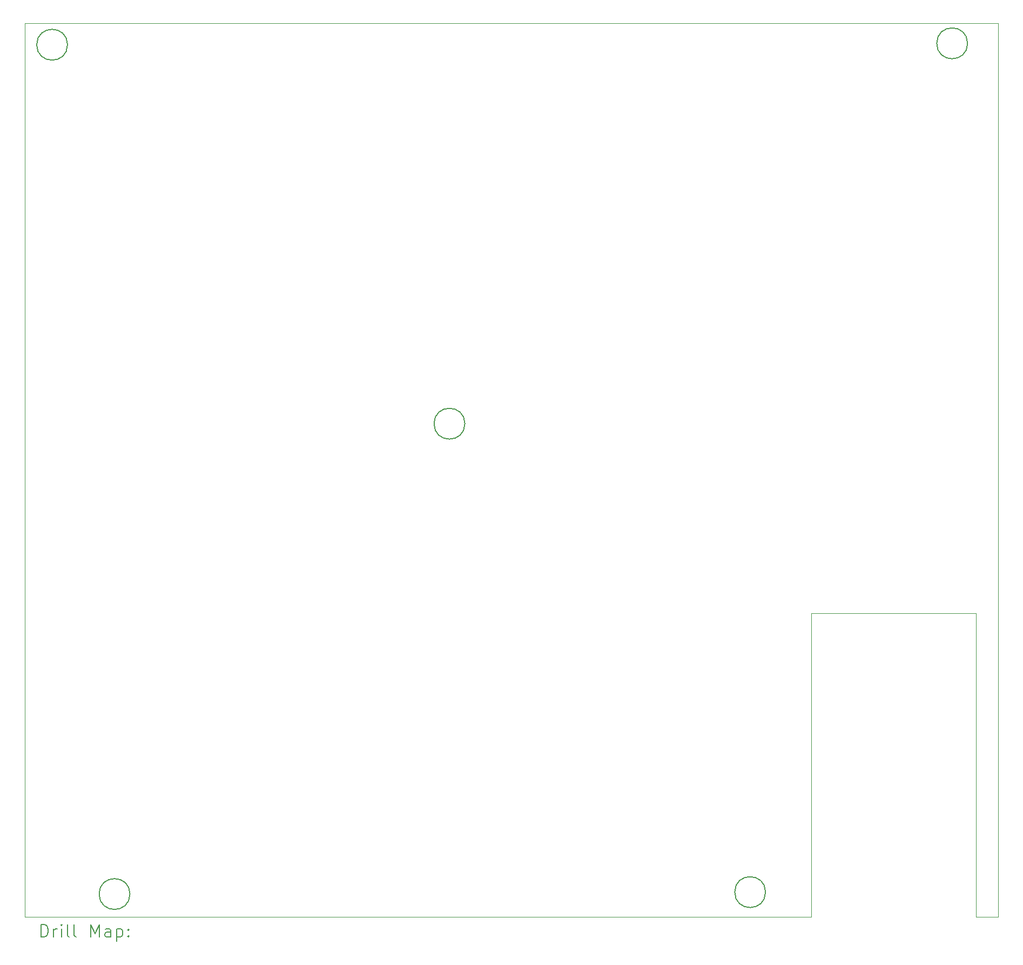
<source format=gbr>
%TF.GenerationSoftware,KiCad,Pcbnew,(6.0.8)*%
%TF.CreationDate,2023-03-17T15:37:13-04:00*%
%TF.ProjectId,pcb de prueba de dispositivos,70636220-6465-4207-9072-756562612064,rev?*%
%TF.SameCoordinates,Original*%
%TF.FileFunction,Drillmap*%
%TF.FilePolarity,Positive*%
%FSLAX45Y45*%
G04 Gerber Fmt 4.5, Leading zero omitted, Abs format (unit mm)*
G04 Created by KiCad (PCBNEW (6.0.8)) date 2023-03-17 15:37:13*
%MOMM*%
%LPD*%
G01*
G04 APERTURE LIST*
%ADD10C,0.200000*%
%ADD11C,0.100000*%
G04 APERTURE END LIST*
D10*
X10120000Y-8650000D02*
G75*
G03*
X10120000Y-8650000I-241661J0D01*
G01*
D11*
X18480000Y-16380000D02*
X18480000Y-2375000D01*
D10*
X3891661Y-2711661D02*
G75*
G03*
X3891661Y-2711661I-241661J0D01*
G01*
D11*
X18130000Y-11620000D02*
X18130000Y-16380000D01*
X3220000Y-16380000D02*
X15550000Y-16380000D01*
X15550000Y-16380000D02*
X15550000Y-11620000D01*
X3220000Y-2375000D02*
X3220000Y-16380000D01*
X15550000Y-11620000D02*
X18130000Y-11620000D01*
D10*
X14833322Y-15990000D02*
G75*
G03*
X14833322Y-15990000I-241661J0D01*
G01*
D11*
X18480000Y-2375000D02*
X3220000Y-2375000D01*
D10*
X18000000Y-2690000D02*
G75*
G03*
X18000000Y-2690000I-241661J0D01*
G01*
X4870000Y-16020000D02*
G75*
G03*
X4870000Y-16020000I-241661J0D01*
G01*
D11*
X18130000Y-16380000D02*
X18480000Y-16380000D01*
D10*
X3472619Y-16695476D02*
X3472619Y-16495476D01*
X3520238Y-16495476D01*
X3548809Y-16505000D01*
X3567857Y-16524048D01*
X3577381Y-16543095D01*
X3586905Y-16581190D01*
X3586905Y-16609762D01*
X3577381Y-16647857D01*
X3567857Y-16666905D01*
X3548809Y-16685952D01*
X3520238Y-16695476D01*
X3472619Y-16695476D01*
X3672619Y-16695476D02*
X3672619Y-16562143D01*
X3672619Y-16600238D02*
X3682143Y-16581190D01*
X3691667Y-16571667D01*
X3710714Y-16562143D01*
X3729762Y-16562143D01*
X3796428Y-16695476D02*
X3796428Y-16562143D01*
X3796428Y-16495476D02*
X3786905Y-16505000D01*
X3796428Y-16514524D01*
X3805952Y-16505000D01*
X3796428Y-16495476D01*
X3796428Y-16514524D01*
X3920238Y-16695476D02*
X3901190Y-16685952D01*
X3891667Y-16666905D01*
X3891667Y-16495476D01*
X4025000Y-16695476D02*
X4005952Y-16685952D01*
X3996428Y-16666905D01*
X3996428Y-16495476D01*
X4253571Y-16695476D02*
X4253571Y-16495476D01*
X4320238Y-16638333D01*
X4386905Y-16495476D01*
X4386905Y-16695476D01*
X4567857Y-16695476D02*
X4567857Y-16590714D01*
X4558333Y-16571667D01*
X4539286Y-16562143D01*
X4501190Y-16562143D01*
X4482143Y-16571667D01*
X4567857Y-16685952D02*
X4548810Y-16695476D01*
X4501190Y-16695476D01*
X4482143Y-16685952D01*
X4472619Y-16666905D01*
X4472619Y-16647857D01*
X4482143Y-16628809D01*
X4501190Y-16619286D01*
X4548810Y-16619286D01*
X4567857Y-16609762D01*
X4663095Y-16562143D02*
X4663095Y-16762143D01*
X4663095Y-16571667D02*
X4682143Y-16562143D01*
X4720238Y-16562143D01*
X4739286Y-16571667D01*
X4748810Y-16581190D01*
X4758333Y-16600238D01*
X4758333Y-16657381D01*
X4748810Y-16676428D01*
X4739286Y-16685952D01*
X4720238Y-16695476D01*
X4682143Y-16695476D01*
X4663095Y-16685952D01*
X4844048Y-16676428D02*
X4853571Y-16685952D01*
X4844048Y-16695476D01*
X4834524Y-16685952D01*
X4844048Y-16676428D01*
X4844048Y-16695476D01*
X4844048Y-16571667D02*
X4853571Y-16581190D01*
X4844048Y-16590714D01*
X4834524Y-16581190D01*
X4844048Y-16571667D01*
X4844048Y-16590714D01*
M02*

</source>
